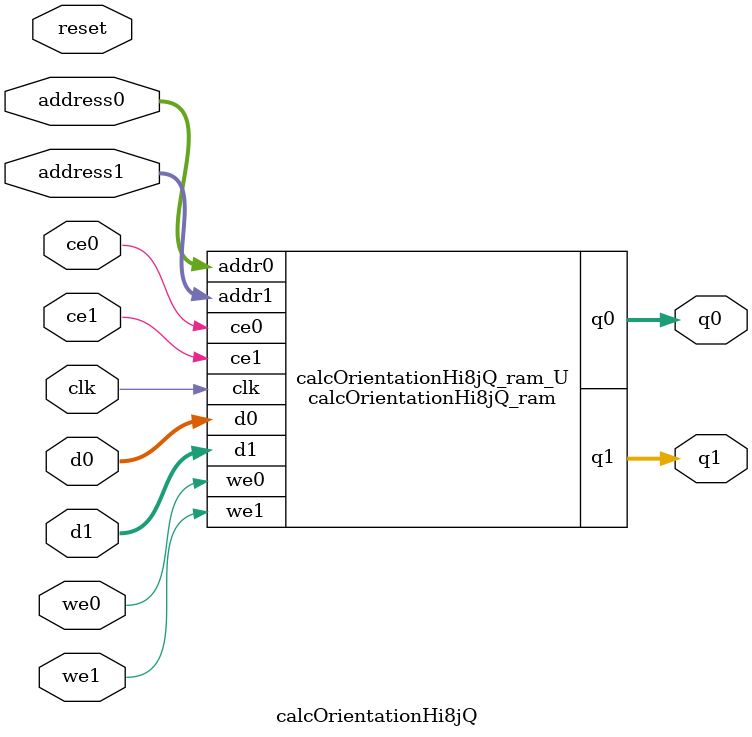
<source format=v>

`timescale 1 ns / 1 ps
module calcOrientationHi8jQ_ram (addr0, ce0, d0, we0, q0, addr1, ce1, d1, we1, q1,  clk);

parameter DWIDTH = 32;
parameter AWIDTH = 6;
parameter MEM_SIZE = 40;

input[AWIDTH-1:0] addr0;
input ce0;
input[DWIDTH-1:0] d0;
input we0;
output reg[DWIDTH-1:0] q0;
input[AWIDTH-1:0] addr1;
input ce1;
input[DWIDTH-1:0] d1;
input we1;
output reg[DWIDTH-1:0] q1;
input clk;

(* ram_style = "block" *)reg [DWIDTH-1:0] ram[0:MEM_SIZE-1];




always @(posedge clk)  
begin 
    if (ce0) 
    begin
        if (we0) 
        begin 
            ram[addr0] <= d0; 
            q0 <= d0;
        end 
        else 
            q0 <= ram[addr0];
    end
end


always @(posedge clk)  
begin 
    if (ce1) 
    begin
        if (we1) 
        begin 
            ram[addr1] <= d1; 
            q1 <= d1;
        end 
        else 
            q1 <= ram[addr1];
    end
end


endmodule


`timescale 1 ns / 1 ps
module calcOrientationHi8jQ(
    reset,
    clk,
    address0,
    ce0,
    we0,
    d0,
    q0,
    address1,
    ce1,
    we1,
    d1,
    q1);

parameter DataWidth = 32'd32;
parameter AddressRange = 32'd40;
parameter AddressWidth = 32'd6;
input reset;
input clk;
input[AddressWidth - 1:0] address0;
input ce0;
input we0;
input[DataWidth - 1:0] d0;
output[DataWidth - 1:0] q0;
input[AddressWidth - 1:0] address1;
input ce1;
input we1;
input[DataWidth - 1:0] d1;
output[DataWidth - 1:0] q1;



calcOrientationHi8jQ_ram calcOrientationHi8jQ_ram_U(
    .clk( clk ),
    .addr0( address0 ),
    .ce0( ce0 ),
    .we0( we0 ),
    .d0( d0 ),
    .q0( q0 ),
    .addr1( address1 ),
    .ce1( ce1 ),
    .we1( we1 ),
    .d1( d1 ),
    .q1( q1 ));

endmodule


</source>
